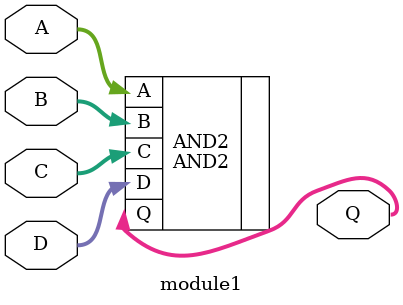
<source format=v>


module top
(
    in1,
    in2,
    out1,
);

    input [1:0]in1;
    input [1:0]in2;
    output [1:0]out1;

    wire [1:0]out;

    module1 inst_m1_1
    (
        .A(in1),
        .B(in1),
        .C(in2),
        .D(in1),
        .Q(out)
    );
    module1 inst_m1_2
    (
        .A(in1),
        .B(in1),
        .C(out),
        .D(in1),
        .Q(out1)
    );

endmodule


module module1
(
    A,
    B,
    C,
    D,
    Q
);

    input [1:0]A;
    input [1:0]B;
    input [1:0]C;
    input [1:0]D;
    output [1:0]Q;

    AND2 AND2( .A(A), .B(B), .C(C), .D(D),  .Q(Q));

endmodule
</source>
